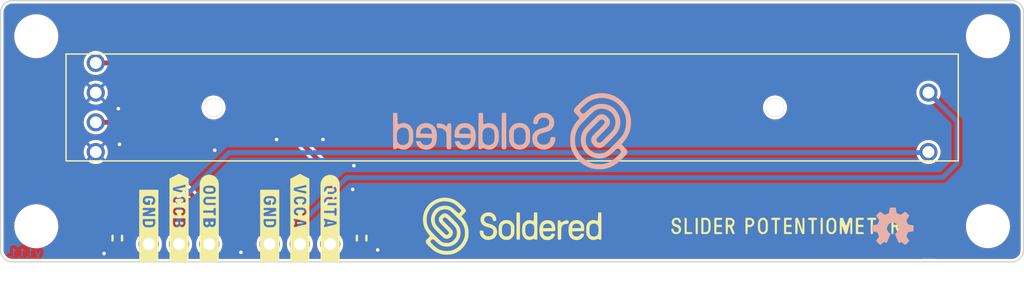
<source format=kicad_pcb>
(kicad_pcb (version 20211014) (generator pcbnew)
  (title_block (title "Slider potentiometer breakout") (date "2021-09-29") (rev "V1.1.1.") (company "SOLDERED") (comment 1 "333130"))
  (layers (0 "F.Cu" signal) (31 "B.Cu" signal) (34 "B.Paste" user) (35 "F.Paste" user) (36 "B.SilkS" user "B.Silkscreen") (37 "F.SilkS" user "F.Silkscreen") (38 "B.Mask" user) (39 "F.Mask" user) (44 "Edge.Cuts" user))
  (net 0 "")
  (net 1 "GND")
  (net 2 "OUTA")
  (net 3 "OUTB")
  (net 4 "VCCA")
  (net 5 "VCCB")
  (footprint "buzzardLabel" (layer "F.Cu") (at 117.54 130.4 -90)
    (fp_text reference "" (at 0 0 90) (layer "F.SilkS") (effects (font (size 1.27 1.27))))
    (fp_text value "" (at 0 0 90) (layer "F.SilkS") (effects (font (size 1.27 1.27))))
  )
  (footprint "e-radionica.com footprinti:0603C" (layer "F.Cu") (at 109.81 128 90)
    (fp_text reference "C2")
    (fp_text value "0.1uF")
    (pad "1" smd rect locked (at -0.73 0 90) (size 0.66 1) (layers "F.Cu" "F.Paste" "F.Mask") (net 1 "GND"))
    (pad "2" smd rect locked (at 0.73 0 90) (size 0.66 1) (layers "F.Cu" "F.Paste" "F.Mask") (net 3 "OUTB"))
  )
  (footprint "Soldered Graphics:Logo-Back-OSH-3.5mm" (layer "F.Cu") (at 175 127)
    (fp_text reference "G***" hide)
    (fp_text value "LOGO" hide)
  )
  (footprint "buzzardLabel" (layer "F.Cu") (at 115 130.4 -90)
    (fp_text reference "" (at 0 0 90) (layer "F.SilkS") (effects (font (size 1.27 1.27))))
    (fp_text value "" (at 0 0 90) (layer "F.SilkS") (effects (font (size 1.27 1.27))))
  )
  (footprint "buzzardLabel" (layer "F.Cu") (at 127.7 130.4 -90)
    (fp_text reference "" (at 0 0 90) (layer "F.SilkS") (effects (font (size 1.27 1.27))))
    (fp_text value "" (at 0 0 90) (layer "F.SilkS") (effects (font (size 1.27 1.27))))
  )
  (footprint "e-radionica.com footprinti:HOLE_3.2mm" (layer "F.Cu") (at 103 127)
    (fp_text reference "H1" hide)
    (fp_text value "HOLE_3.2mm" hide)
    (pad "" np_thru_hole circle locked (at 0 0) (size 3.2 3.2) (drill 3.2) (layers F&B.Cu *.Mask))
  )
  (footprint "e-radionica.com footprinti:FIDUCIAL_23" (layer "F.Cu") (at 178 128)
    (fp_text reference "FD2")
    (fp_text value "FIDUCIAL")
    (fp_circle (center 0 0) (end 1 0) (layer "F.Cu") (width 0.2) (fill none))
    (pad "1" smd circle (at 0 0) (size 1 1) (layers "F.Cu" "F.Paste" "F.Mask") (clearance 1.1))
  )
  (footprint "buzzardLabel" (layer "F.Cu") (at 122.62 130.4 -90)
    (fp_text reference "" (at 0 0 90) (layer "F.SilkS") (effects (font (size 1.27 1.27))))
    (fp_text value "" (at 0 0 90) (layer "F.SilkS") (effects (font (size 1.27 1.27))))
  )
  (footprint "e-radionica.com footprinti:SLIDER_POT" (layer "F.Cu") (at 143 117)
    (fp_text reference "R1")
    (fp_text value "SLIDER_POT")
    (pad "1a" thru_hole circle locked (at -35 -1.25) (size 1.524 1.524) (drill 1) (layers *.Cu *.Mask) (net 1 "GND"))
    (pad "1b" thru_hole circle locked (at -35 3.75) (size 1.524 1.524) (drill 1) (layers *.Cu *.Mask) (net 1 "GND"))
    (pad "1b0" thru_hole circle locked (at -25.1 0) (size 1.524 1.524) (drill 1.7) (layers *.Cu *.Mask))
    (pad "1b1" thru_hole circle locked (at 22.1 0) (size 1.524 1.524) (drill 1.7) (layers *.Cu *.Mask))
    (pad "2a" thru_hole circle locked (at -35 -3.75) (size 1.524 1.524) (drill 1) (layers *.Cu *.Mask) (net 2 "OUTA"))
    (pad "2b" thru_hole circle locked (at -35 1.25) (size 1.524 1.524) (drill 1) (layers *.Cu *.Mask) (net 3 "OUTB"))
    (pad "3a" thru_hole circle locked (at 35 -1.25) (size 1.524 1.524) (drill 1) (layers *.Cu *.Mask) (net 4 "VCCA"))
    (pad "3b" thru_hole circle locked (at 35 3.75) (size 1.524 1.524) (drill 1) (layers *.Cu *.Mask) (net 5 "VCCB"))
  )
  (footprint "e-radionica.com footprinti:FIDUCIAL_23" (layer "F.Cu") (at 112 116)
    (fp_text reference "FD1")
    (fp_text value "FIDUCIAL")
    (fp_circle (center 0 0) (end 1 0) (layer "F.Cu") (width 0.2) (fill none))
    (pad "1" smd circle (at 0 0) (size 1 1) (layers "F.Cu" "F.Paste" "F.Mask") (clearance 1.1))
  )
  (footprint "Soldered Graphics:Logo-Back-SolderedFULL-20mm" (layer "F.Cu") (at 143 119)
    (fp_text reference "REF**" hide)
    (fp_text value "Logo-Front-SolderedFULL-20mm" hide)
  )
  (footprint "e-radionica.com footprinti:HOLE_3.2mm" (layer "F.Cu") (at 183 127)
    (fp_text reference "H4" hide)
    (fp_text value "HOLE_3.2mm" hide)
    (pad "" np_thru_hole circle locked (at 0 0) (size 3.2 3.2) (drill 3.2) (layers F&B.Cu *.Mask))
  )
  (footprint "buzzardLabel" (layer "F.Cu") (at 125.16 130.4 -90)
    (fp_text reference "" (at 0 0 90) (layer "F.SilkS") (effects (font (size 1.27 1.27))))
    (fp_text value "" (at 0 0 90) (layer "F.SilkS") (effects (font (size 1.27 1.27))))
  )
  (footprint "e-radionica.com footprinti:HOLE_3.2mm" (layer "F.Cu") (at 183 111)
    (fp_text reference "H3" hide)
    (fp_text value "HOLE_3.2mm" hide)
    (pad "" np_thru_hole circle locked (at 0 0) (size 3.2 3.2) (drill 3.2) (layers F&B.Cu *.Mask))
  )
  (footprint "e-radionica.com footprinti:0603C" (layer "F.Cu") (at 130.35 128 -90)
    (fp_text reference "C1")
    (fp_text value "0.1uF")
    (pad "1" smd rect locked (at -0.73 0 270) (size 0.66 1) (layers "F.Cu" "F.Paste" "F.Mask") (net 2 "OUTA"))
    (pad "2" smd rect locked (at 0.73 0 270) (size 0.66 1) (layers "F.Cu" "F.Paste" "F.Mask") (net 1 "GND"))
  )
  (footprint "Soldered Graphics:Logo-Front-SolderedFULL-15mm" (layer "F.Cu") (at 143 127)
    (fp_text reference "REF**" hide)
    (fp_text value "Logo-Front-SolderedFULL-15mm" hide)
  )
  (footprint "buzzardLabel" (layer "F.Cu") (at 166 127)
    (fp_text reference "" (at 0 0) (layer "F.SilkS") (effects (font (size 1.27 1.27))))
    (fp_text value "" (at 0 0) (layer "F.SilkS") (effects (font (size 1.27 1.27))))
  )
  (footprint "e-radionica.com footprinti:HOLE_3.2mm" (layer "F.Cu") (at 103 111)
    (fp_text reference "H2" hide)
    (fp_text value "HOLE_3.2mm" hide)
    (pad "" np_thru_hole circle locked (at 0 0) (size 3.2 3.2) (drill 3.2) (layers F&B.Cu *.Mask))
  )
  (footprint "buzzardLabel" (layer "F.Cu") (at 112.46 130.4 -90)
    (fp_text reference "" (at 0 0 90) (layer "F.SilkS") (effects (font (size 1.27 1.27))))
    (fp_text value "" (at 0 0 90) (layer "F.SilkS") (effects (font (size 1.27 1.27))))
  )
  (footprint "e-radionica.com footprinti:HEADER_MALE_3X1" (layer "B.Cu") (at 125.16 128.5)
    (fp_text reference "K1")
    (fp_text value "HEADER_MALE_3X1")
    (pad "1" thru_hole circle locked (at -2.54 0) (size 1.7 1.7) (drill 1) (layers *.Cu *.Mask) (net 1 "GND"))
    (pad "2" thru_hole circle locked (at 0 0) (size 1.7 1.7) (drill 1) (layers *.Cu *.Mask) (net 4 "VCCA"))
    (pad "3" thru_hole circle locked (at 2.54 0) (size 1.7 1.7) (drill 1) (layers *.Cu *.Mask) (net 2 "OUTA"))
  )
  (footprint "Soldered Graphics:Version1.1.1." (layer "B.Cu") (at 102.025 129.25 180)
    (fp_text reference "REF**" hide)
    (fp_text value "Version1.1.1." hide)
    (fp_poly (pts (xy 0.91 -0.35) (xy 0.96 -0.35) (xy 0.98 -0.31) (xy 0.98 0.35) (xy 0.95 0.38) (xy 0.89 0.38) (xy 0.86 0.34) (xy 0.74 0.22) (xy 0.73 0.17) (xy 0.76 0.16) (xy 0.85 0.22) (xy 0.89 0.23) (xy 0.89 -0.31) (xy 0.91 -0.35)) (layer "B.Cu") (width 0.01) (fill solid))
    (fp_poly (pts (xy -0.5 -0.35) (xy -0.44 -0.35) (xy -0.43 -0.31) (xy -0.43 0.35) (xy -0.46 0.38) (xy -0.52 0.38) (xy -0.55 0.34) (xy -0.67 0.22) (xy -0.68 0.17) (xy -0.65 0.16) (xy -0.56 0.22) (xy -0.52 0.23) (xy -0.52 -0.31) (xy -0.5 -0.35)) (layer "B.Cu") (width 0.01) (fill solid))
    (fp_poly (pts (xy 0.21 -0.35) (xy 0.26 -0.35) (xy 0.28 -0.31) (xy 0.28 0.35) (xy 0.24 0.38) (xy 0.19 0.38) (xy 0.15 0.34) (xy 0.04 0.22) (xy 0.02 0.17) (xy 0.05 0.16) (xy 0.14 0.22) (xy 0.18 0.23) (xy 0.18 -0.31) (xy 0.21 -0.35)) (layer "B.Cu") (width 0.01) (fill solid))
    (fp_poly (pts (xy -1.15 -0.35) (xy -1.1 -0.35) (xy -1.07 -0.31) (xy -0.92 0.1) (xy -0.94 0.13) (xy -0.99 0.13) (xy -1.02 0.1) (xy -1.11 -0.16) (xy -1.13 -0.21) (xy -1.15 -0.17) (xy -1.24 0.09) (xy -1.26 0.13) (xy -1.32 0.13) (xy -1.34 0.1) (xy -1.18 -0.31) (xy -1.15 -0.35)) (layer "B.Cu") (width 0.01) (fill solid))
    (fp_poly (pts (xy -0.27 -0.38) (xy -0.22 -0.38) (xy -0.17 -0.37) (xy -0.16 -0.33) (xy -0.16 -0.27) (xy -0.21 -0.26) (xy -0.26 -0.26) (xy -0.29 -0.29) (xy -0.29 -0.34) (xy -0.27 -0.38)) (layer "B.Cu") (width 0.01) (fill solid))
    (fp_poly (pts (xy 1.14 -0.38) (xy 1.19 -0.38) (xy 1.24 -0.37) (xy 1.25 -0.33) (xy 1.25 -0.27) (xy 1.2 -0.26) (xy 1.15 -0.26) (xy 1.12 -0.29) (xy 1.12 -0.34) (xy 1.14 -0.38)) (layer "B.Cu") (width 0.01) (fill solid))
    (fp_poly (pts (xy 0.43 -0.38) (xy 0.48 -0.38) (xy 0.54 -0.37) (xy 0.54 -0.33) (xy 0.54 -0.27) (xy 0.5 -0.26) (xy 0.45 -0.26) (xy 0.42 -0.29) (xy 0.42 -0.34) (xy 0.43 -0.38)) (layer "B.Cu") (width 0.01) (fill solid))
  )
  (footprint "e-radionica.com footprinti:HEADER_MALE_3X1" (layer "B.Cu") (at 115 128.5)
    (fp_text reference "K2")
    (fp_text value "HEADER_MALE_3X1")
    (pad "1" thru_hole circle locked (at -2.54 0) (size 1.7 1.7) (drill 1) (layers *.Cu *.Mask) (net 1 "GND"))
    (pad "2" thru_hole circle locked (at 0 0) (size 1.7 1.7) (drill 1) (layers *.Cu *.Mask) (net 5 "VCCB"))
    (pad "3" thru_hole circle locked (at 2.54 0) (size 1.7 1.7) (drill 1) (layers *.Cu *.Mask) (net 3 "OUTB"))
  )
  (gr_arc (start 101 130) (mid 100.292893 129.707107) (end 100 129) (layer "Edge.Cuts") (width 0.1))
  (gr_arc (start 186 129) (mid 185.707107 129.707107) (end 185 130) (layer "Edge.Cuts") (width 0.1))
  (gr_arc (start 100 109) (mid 100.292893 108.292893) (end 101 108) (layer "Edge.Cuts") (width 0.1))
  (gr_arc (start 185 108) (mid 185.707107 108.292893) (end 186 109) (layer "Edge.Cuts") (width 0.1))
  (gr_line (start 186 109) (end 186 129) (layer "Edge.Cuts") (width 0.1))
  (gr_line (start 101 108) (end 185 108) (layer "Edge.Cuts") (width 0.1))
  (gr_line (start 100 129) (end 100 109) (layer "Edge.Cuts") (width 0.1))
  (gr_line (start 185 130) (end 101 130) (layer "Edge.Cuts") (width 0.1))
  (via (at 110 120.1) (size 0.5) (drill 0.3) (layers "F.Cu" "B.Cu") (net 1))
  (via (at 129.6 123.9) (size 0.5) (drill 0.3) (layers "F.Cu" "B.Cu") (net 1))
  (via (at 131.7 129) (size 0.5) (drill 0.3) (layers "F.Cu" "B.Cu") (net 1))
  (via (at 109.9 117.1) (size 0.5) (drill 0.3) (layers "F.Cu" "B.Cu") (net 1))
  (via (at 118 120.6) (size 0.5) (drill 0.3) (layers "F.Cu" "B.Cu") (net 1))
  (via (at 129.7 121.9) (size 0.5) (drill 0.3) (layers "F.Cu" "B.Cu") (net 1))
  (via (at 123.2 119.7) (size 0.5) (drill 0.3) (layers "F.Cu" "B.Cu") (net 1))
  (via (at 120.2 129.2) (size 0.5) (drill 0.3) (layers "F.Cu" "B.Cu") (net 1))
  (via (at 127.1 119.7) (size 0.5) (drill 0.3) (layers "F.Cu" "B.Cu") (net 1))
  (via (at 108.7 129.3) (size 0.5) (drill 0.3) (layers "F.Cu" "B.Cu") (net 1))
  (segment (start 127.7 125.8) (end 127.7 128.5) (width 0.4) (layer "F.Cu") (net 2))
  (segment (start 127.7 122.4) (end 118.55 113.25) (width 0.4) (layer "F.Cu") (net 2))
  (segment (start 130.35 127.27) (end 129.17 127.27) (width 0.4) (layer "F.Cu") (net 2))
  (segment (start 129.17 127.27) (end 127.7 125.8) (width 0.4) (layer "F.Cu") (net 2))
  (segment (start 127.7 125.8) (end 127.7 122.4) (width 0.4) (layer "F.Cu") (net 2))
  (segment (start 118.55 113.25) (end 108 113.25) (width 0.4) (layer "F.Cu") (net 2))
  (segment (start 109.95 118.25) (end 108 118.25) (width 0.4) (layer "F.Cu") (net 3))
  (segment (start 117.54 125.84) (end 117.54 128.5) (width 0.4) (layer "F.Cu") (net 3))
  (segment (start 116.5 124.8) (end 117.54 125.84) (width 0.4) (layer "F.Cu") (net 3))
  (segment (start 109.81 127.27) (end 109.81 126.89) (width 0.4) (layer "F.Cu") (net 3))
  (segment (start 116.5 124.8) (end 109.95 118.25) (width 0.4) (layer "F.Cu") (net 3))
  (segment (start 109.81 126.89) (end 111.9 124.8) (width 0.4) (layer "F.Cu") (net 3))
  (segment (start 111.9 124.8) (end 116.5 124.8) (width 0.4) (layer "F.Cu") (net 3))
  (segment (start 180.4 121.7) (end 180.4 118.15) (width 0.4) (layer "B.Cu") (net 4))
  (segment (start 125.16 126.84) (end 129.1 122.9) (width 0.4) (layer "B.Cu") (net 4))
  (segment (start 180.4 118.15) (end 178 115.75) (width 0.4) (layer "B.Cu") (net 4))
  (segment (start 129.1 122.9) (end 179.2 122.9) (width 0.4) (layer "B.Cu") (net 4))
  (segment (start 179.2 122.9) (end 180.4 121.7) (width 0.4) (layer "B.Cu") (net 4))
  (segment (start 125.16 128.5) (end 125.16 126.84) (width 0.4) (layer "B.Cu") (net 4))
  (segment (start 119.2 120.8) (end 177.95 120.8) (width 0.4) (layer "B.Cu") (net 5))
  (segment (start 115 128.5) (end 115 125) (width 0.4) (layer "B.Cu") (net 5))
  (segment (start 115 125) (end 119.2 120.8) (width 0.4) (layer "B.Cu") (net 5))
  (segment (start 177.95 120.8) (end 178 120.75) (width 0.4) (layer "B.Cu") (net 5))
  (zone (net 1) (net_name "GND") (layers F&B.Cu) (connect_pads (clearance 0.254)) (min_thickness 0.254) (fill yes (thermal_gap 0.254) (thermal_bridge_width 0.254))
    (polygon (pts (xy 186 130) (xy 100 130) (xy 100 108) (xy 186 108)))
  )
)
</source>
